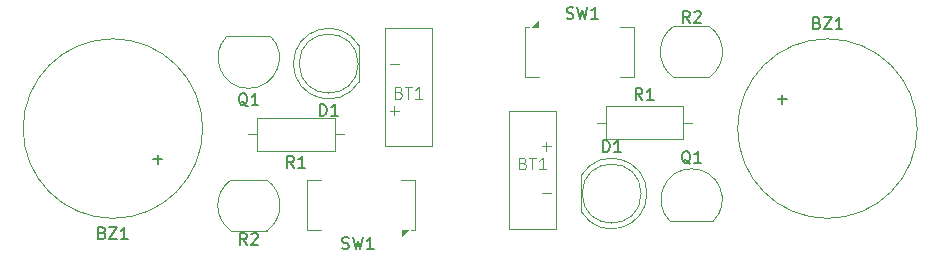
<source format=gbr>
%TF.GenerationSoftware,KiCad,Pcbnew,9.0.3*%
%TF.CreationDate,2025-07-21T22:41:49+05:30*%
%TF.ProjectId,ldr sensor.kicad_pc_boards,6c647220-7365-46e7-936f-722e6b696361,rev?*%
%TF.SameCoordinates,Original*%
%TF.FileFunction,Legend,Top*%
%TF.FilePolarity,Positive*%
%FSLAX46Y46*%
G04 Gerber Fmt 4.6, Leading zero omitted, Abs format (unit mm)*
G04 Created by KiCad (PCBNEW 9.0.3) date 2025-07-21 22:41:49*
%MOMM*%
%LPD*%
G01*
G04 APERTURE LIST*
%ADD10C,0.100000*%
%ADD11C,0.150000*%
%ADD12C,0.120000*%
G04 APERTURE END LIST*
D10*
X135214285Y-86933609D02*
X135357142Y-86981228D01*
X135357142Y-86981228D02*
X135404761Y-87028847D01*
X135404761Y-87028847D02*
X135452380Y-87124085D01*
X135452380Y-87124085D02*
X135452380Y-87266942D01*
X135452380Y-87266942D02*
X135404761Y-87362180D01*
X135404761Y-87362180D02*
X135357142Y-87409800D01*
X135357142Y-87409800D02*
X135261904Y-87457419D01*
X135261904Y-87457419D02*
X134880952Y-87457419D01*
X134880952Y-87457419D02*
X134880952Y-86457419D01*
X134880952Y-86457419D02*
X135214285Y-86457419D01*
X135214285Y-86457419D02*
X135309523Y-86505038D01*
X135309523Y-86505038D02*
X135357142Y-86552657D01*
X135357142Y-86552657D02*
X135404761Y-86647895D01*
X135404761Y-86647895D02*
X135404761Y-86743133D01*
X135404761Y-86743133D02*
X135357142Y-86838371D01*
X135357142Y-86838371D02*
X135309523Y-86885990D01*
X135309523Y-86885990D02*
X135214285Y-86933609D01*
X135214285Y-86933609D02*
X134880952Y-86933609D01*
X135738095Y-86457419D02*
X136309523Y-86457419D01*
X136023809Y-87457419D02*
X136023809Y-86457419D01*
X137166666Y-87457419D02*
X136595238Y-87457419D01*
X136880952Y-87457419D02*
X136880952Y-86457419D01*
X136880952Y-86457419D02*
X136785714Y-86600276D01*
X136785714Y-86600276D02*
X136690476Y-86695514D01*
X136690476Y-86695514D02*
X136595238Y-86743133D01*
X135196115Y-84508533D02*
X134434211Y-84508533D01*
X135196115Y-88508533D02*
X134434211Y-88508533D01*
X134815163Y-88127580D02*
X134815163Y-88889485D01*
D11*
X122404761Y-88110057D02*
X122309523Y-88062438D01*
X122309523Y-88062438D02*
X122214285Y-87967200D01*
X122214285Y-87967200D02*
X122071428Y-87824342D01*
X122071428Y-87824342D02*
X121976190Y-87776723D01*
X121976190Y-87776723D02*
X121880952Y-87776723D01*
X121928571Y-88014819D02*
X121833333Y-87967200D01*
X121833333Y-87967200D02*
X121738095Y-87871961D01*
X121738095Y-87871961D02*
X121690476Y-87681485D01*
X121690476Y-87681485D02*
X121690476Y-87348152D01*
X121690476Y-87348152D02*
X121738095Y-87157676D01*
X121738095Y-87157676D02*
X121833333Y-87062438D01*
X121833333Y-87062438D02*
X121928571Y-87014819D01*
X121928571Y-87014819D02*
X122119047Y-87014819D01*
X122119047Y-87014819D02*
X122214285Y-87062438D01*
X122214285Y-87062438D02*
X122309523Y-87157676D01*
X122309523Y-87157676D02*
X122357142Y-87348152D01*
X122357142Y-87348152D02*
X122357142Y-87681485D01*
X122357142Y-87681485D02*
X122309523Y-87871961D01*
X122309523Y-87871961D02*
X122214285Y-87967200D01*
X122214285Y-87967200D02*
X122119047Y-88014819D01*
X122119047Y-88014819D02*
X121928571Y-88014819D01*
X123309523Y-88014819D02*
X122738095Y-88014819D01*
X123023809Y-88014819D02*
X123023809Y-87014819D01*
X123023809Y-87014819D02*
X122928571Y-87157676D01*
X122928571Y-87157676D02*
X122833333Y-87252914D01*
X122833333Y-87252914D02*
X122738095Y-87300533D01*
X122333333Y-99854819D02*
X122000000Y-99378628D01*
X121761905Y-99854819D02*
X121761905Y-98854819D01*
X121761905Y-98854819D02*
X122142857Y-98854819D01*
X122142857Y-98854819D02*
X122238095Y-98902438D01*
X122238095Y-98902438D02*
X122285714Y-98950057D01*
X122285714Y-98950057D02*
X122333333Y-99045295D01*
X122333333Y-99045295D02*
X122333333Y-99188152D01*
X122333333Y-99188152D02*
X122285714Y-99283390D01*
X122285714Y-99283390D02*
X122238095Y-99331009D01*
X122238095Y-99331009D02*
X122142857Y-99378628D01*
X122142857Y-99378628D02*
X121761905Y-99378628D01*
X122714286Y-98950057D02*
X122761905Y-98902438D01*
X122761905Y-98902438D02*
X122857143Y-98854819D01*
X122857143Y-98854819D02*
X123095238Y-98854819D01*
X123095238Y-98854819D02*
X123190476Y-98902438D01*
X123190476Y-98902438D02*
X123238095Y-98950057D01*
X123238095Y-98950057D02*
X123285714Y-99045295D01*
X123285714Y-99045295D02*
X123285714Y-99140533D01*
X123285714Y-99140533D02*
X123238095Y-99283390D01*
X123238095Y-99283390D02*
X122666667Y-99854819D01*
X122666667Y-99854819D02*
X123285714Y-99854819D01*
X110109047Y-98821009D02*
X110251904Y-98868628D01*
X110251904Y-98868628D02*
X110299523Y-98916247D01*
X110299523Y-98916247D02*
X110347142Y-99011485D01*
X110347142Y-99011485D02*
X110347142Y-99154342D01*
X110347142Y-99154342D02*
X110299523Y-99249580D01*
X110299523Y-99249580D02*
X110251904Y-99297200D01*
X110251904Y-99297200D02*
X110156666Y-99344819D01*
X110156666Y-99344819D02*
X109775714Y-99344819D01*
X109775714Y-99344819D02*
X109775714Y-98344819D01*
X109775714Y-98344819D02*
X110109047Y-98344819D01*
X110109047Y-98344819D02*
X110204285Y-98392438D01*
X110204285Y-98392438D02*
X110251904Y-98440057D01*
X110251904Y-98440057D02*
X110299523Y-98535295D01*
X110299523Y-98535295D02*
X110299523Y-98630533D01*
X110299523Y-98630533D02*
X110251904Y-98725771D01*
X110251904Y-98725771D02*
X110204285Y-98773390D01*
X110204285Y-98773390D02*
X110109047Y-98821009D01*
X110109047Y-98821009D02*
X109775714Y-98821009D01*
X110680476Y-98344819D02*
X111347142Y-98344819D01*
X111347142Y-98344819D02*
X110680476Y-99344819D01*
X110680476Y-99344819D02*
X111347142Y-99344819D01*
X112251904Y-99344819D02*
X111680476Y-99344819D01*
X111966190Y-99344819D02*
X111966190Y-98344819D01*
X111966190Y-98344819D02*
X111870952Y-98487676D01*
X111870952Y-98487676D02*
X111775714Y-98582914D01*
X111775714Y-98582914D02*
X111680476Y-98630533D01*
X114429048Y-92613866D02*
X115190953Y-92613866D01*
X114810000Y-92994819D02*
X114810000Y-92232914D01*
X130416667Y-100149700D02*
X130559524Y-100197319D01*
X130559524Y-100197319D02*
X130797619Y-100197319D01*
X130797619Y-100197319D02*
X130892857Y-100149700D01*
X130892857Y-100149700D02*
X130940476Y-100102080D01*
X130940476Y-100102080D02*
X130988095Y-100006842D01*
X130988095Y-100006842D02*
X130988095Y-99911604D01*
X130988095Y-99911604D02*
X130940476Y-99816366D01*
X130940476Y-99816366D02*
X130892857Y-99768747D01*
X130892857Y-99768747D02*
X130797619Y-99721128D01*
X130797619Y-99721128D02*
X130607143Y-99673509D01*
X130607143Y-99673509D02*
X130511905Y-99625890D01*
X130511905Y-99625890D02*
X130464286Y-99578271D01*
X130464286Y-99578271D02*
X130416667Y-99483033D01*
X130416667Y-99483033D02*
X130416667Y-99387795D01*
X130416667Y-99387795D02*
X130464286Y-99292557D01*
X130464286Y-99292557D02*
X130511905Y-99244938D01*
X130511905Y-99244938D02*
X130607143Y-99197319D01*
X130607143Y-99197319D02*
X130845238Y-99197319D01*
X130845238Y-99197319D02*
X130988095Y-99244938D01*
X131321429Y-99197319D02*
X131559524Y-100197319D01*
X131559524Y-100197319D02*
X131750000Y-99483033D01*
X131750000Y-99483033D02*
X131940476Y-100197319D01*
X131940476Y-100197319D02*
X132178572Y-99197319D01*
X133083333Y-100197319D02*
X132511905Y-100197319D01*
X132797619Y-100197319D02*
X132797619Y-99197319D01*
X132797619Y-99197319D02*
X132702381Y-99340176D01*
X132702381Y-99340176D02*
X132607143Y-99435414D01*
X132607143Y-99435414D02*
X132511905Y-99483033D01*
X128531905Y-88914819D02*
X128531905Y-87914819D01*
X128531905Y-87914819D02*
X128770000Y-87914819D01*
X128770000Y-87914819D02*
X128912857Y-87962438D01*
X128912857Y-87962438D02*
X129008095Y-88057676D01*
X129008095Y-88057676D02*
X129055714Y-88152914D01*
X129055714Y-88152914D02*
X129103333Y-88343390D01*
X129103333Y-88343390D02*
X129103333Y-88486247D01*
X129103333Y-88486247D02*
X129055714Y-88676723D01*
X129055714Y-88676723D02*
X129008095Y-88771961D01*
X129008095Y-88771961D02*
X128912857Y-88867200D01*
X128912857Y-88867200D02*
X128770000Y-88914819D01*
X128770000Y-88914819D02*
X128531905Y-88914819D01*
X130055714Y-88914819D02*
X129484286Y-88914819D01*
X129770000Y-88914819D02*
X129770000Y-87914819D01*
X129770000Y-87914819D02*
X129674762Y-88057676D01*
X129674762Y-88057676D02*
X129579524Y-88152914D01*
X129579524Y-88152914D02*
X129484286Y-88200533D01*
X126333333Y-93324819D02*
X126000000Y-92848628D01*
X125761905Y-93324819D02*
X125761905Y-92324819D01*
X125761905Y-92324819D02*
X126142857Y-92324819D01*
X126142857Y-92324819D02*
X126238095Y-92372438D01*
X126238095Y-92372438D02*
X126285714Y-92420057D01*
X126285714Y-92420057D02*
X126333333Y-92515295D01*
X126333333Y-92515295D02*
X126333333Y-92658152D01*
X126333333Y-92658152D02*
X126285714Y-92753390D01*
X126285714Y-92753390D02*
X126238095Y-92801009D01*
X126238095Y-92801009D02*
X126142857Y-92848628D01*
X126142857Y-92848628D02*
X125761905Y-92848628D01*
X127285714Y-93324819D02*
X126714286Y-93324819D01*
X127000000Y-93324819D02*
X127000000Y-92324819D01*
X127000000Y-92324819D02*
X126904762Y-92467676D01*
X126904762Y-92467676D02*
X126809524Y-92562914D01*
X126809524Y-92562914D02*
X126714286Y-92610533D01*
X149416667Y-80664700D02*
X149559524Y-80712319D01*
X149559524Y-80712319D02*
X149797619Y-80712319D01*
X149797619Y-80712319D02*
X149892857Y-80664700D01*
X149892857Y-80664700D02*
X149940476Y-80617080D01*
X149940476Y-80617080D02*
X149988095Y-80521842D01*
X149988095Y-80521842D02*
X149988095Y-80426604D01*
X149988095Y-80426604D02*
X149940476Y-80331366D01*
X149940476Y-80331366D02*
X149892857Y-80283747D01*
X149892857Y-80283747D02*
X149797619Y-80236128D01*
X149797619Y-80236128D02*
X149607143Y-80188509D01*
X149607143Y-80188509D02*
X149511905Y-80140890D01*
X149511905Y-80140890D02*
X149464286Y-80093271D01*
X149464286Y-80093271D02*
X149416667Y-79998033D01*
X149416667Y-79998033D02*
X149416667Y-79902795D01*
X149416667Y-79902795D02*
X149464286Y-79807557D01*
X149464286Y-79807557D02*
X149511905Y-79759938D01*
X149511905Y-79759938D02*
X149607143Y-79712319D01*
X149607143Y-79712319D02*
X149845238Y-79712319D01*
X149845238Y-79712319D02*
X149988095Y-79759938D01*
X150321429Y-79712319D02*
X150559524Y-80712319D01*
X150559524Y-80712319D02*
X150750000Y-79998033D01*
X150750000Y-79998033D02*
X150940476Y-80712319D01*
X150940476Y-80712319D02*
X151178572Y-79712319D01*
X152083333Y-80712319D02*
X151511905Y-80712319D01*
X151797619Y-80712319D02*
X151797619Y-79712319D01*
X151797619Y-79712319D02*
X151702381Y-79855176D01*
X151702381Y-79855176D02*
X151607143Y-79950414D01*
X151607143Y-79950414D02*
X151511905Y-79998033D01*
X170629047Y-81041009D02*
X170771904Y-81088628D01*
X170771904Y-81088628D02*
X170819523Y-81136247D01*
X170819523Y-81136247D02*
X170867142Y-81231485D01*
X170867142Y-81231485D02*
X170867142Y-81374342D01*
X170867142Y-81374342D02*
X170819523Y-81469580D01*
X170819523Y-81469580D02*
X170771904Y-81517200D01*
X170771904Y-81517200D02*
X170676666Y-81564819D01*
X170676666Y-81564819D02*
X170295714Y-81564819D01*
X170295714Y-81564819D02*
X170295714Y-80564819D01*
X170295714Y-80564819D02*
X170629047Y-80564819D01*
X170629047Y-80564819D02*
X170724285Y-80612438D01*
X170724285Y-80612438D02*
X170771904Y-80660057D01*
X170771904Y-80660057D02*
X170819523Y-80755295D01*
X170819523Y-80755295D02*
X170819523Y-80850533D01*
X170819523Y-80850533D02*
X170771904Y-80945771D01*
X170771904Y-80945771D02*
X170724285Y-80993390D01*
X170724285Y-80993390D02*
X170629047Y-81041009D01*
X170629047Y-81041009D02*
X170295714Y-81041009D01*
X171200476Y-80564819D02*
X171867142Y-80564819D01*
X171867142Y-80564819D02*
X171200476Y-81564819D01*
X171200476Y-81564819D02*
X171867142Y-81564819D01*
X172771904Y-81564819D02*
X172200476Y-81564819D01*
X172486190Y-81564819D02*
X172486190Y-80564819D01*
X172486190Y-80564819D02*
X172390952Y-80707676D01*
X172390952Y-80707676D02*
X172295714Y-80802914D01*
X172295714Y-80802914D02*
X172200476Y-80850533D01*
X167309048Y-87533866D02*
X168070953Y-87533866D01*
X167690000Y-87914819D02*
X167690000Y-87152914D01*
D10*
X145714285Y-92933609D02*
X145857142Y-92981228D01*
X145857142Y-92981228D02*
X145904761Y-93028847D01*
X145904761Y-93028847D02*
X145952380Y-93124085D01*
X145952380Y-93124085D02*
X145952380Y-93266942D01*
X145952380Y-93266942D02*
X145904761Y-93362180D01*
X145904761Y-93362180D02*
X145857142Y-93409800D01*
X145857142Y-93409800D02*
X145761904Y-93457419D01*
X145761904Y-93457419D02*
X145380952Y-93457419D01*
X145380952Y-93457419D02*
X145380952Y-92457419D01*
X145380952Y-92457419D02*
X145714285Y-92457419D01*
X145714285Y-92457419D02*
X145809523Y-92505038D01*
X145809523Y-92505038D02*
X145857142Y-92552657D01*
X145857142Y-92552657D02*
X145904761Y-92647895D01*
X145904761Y-92647895D02*
X145904761Y-92743133D01*
X145904761Y-92743133D02*
X145857142Y-92838371D01*
X145857142Y-92838371D02*
X145809523Y-92885990D01*
X145809523Y-92885990D02*
X145714285Y-92933609D01*
X145714285Y-92933609D02*
X145380952Y-92933609D01*
X146238095Y-92457419D02*
X146809523Y-92457419D01*
X146523809Y-93457419D02*
X146523809Y-92457419D01*
X147666666Y-93457419D02*
X147095238Y-93457419D01*
X147380952Y-93457419D02*
X147380952Y-92457419D01*
X147380952Y-92457419D02*
X147285714Y-92600276D01*
X147285714Y-92600276D02*
X147190476Y-92695514D01*
X147190476Y-92695514D02*
X147095238Y-92743133D01*
X147303884Y-95491466D02*
X148065789Y-95491466D01*
X147303884Y-91491466D02*
X148065789Y-91491466D01*
X147684836Y-91872419D02*
X147684836Y-91110514D01*
D11*
X159833333Y-81054819D02*
X159500000Y-80578628D01*
X159261905Y-81054819D02*
X159261905Y-80054819D01*
X159261905Y-80054819D02*
X159642857Y-80054819D01*
X159642857Y-80054819D02*
X159738095Y-80102438D01*
X159738095Y-80102438D02*
X159785714Y-80150057D01*
X159785714Y-80150057D02*
X159833333Y-80245295D01*
X159833333Y-80245295D02*
X159833333Y-80388152D01*
X159833333Y-80388152D02*
X159785714Y-80483390D01*
X159785714Y-80483390D02*
X159738095Y-80531009D01*
X159738095Y-80531009D02*
X159642857Y-80578628D01*
X159642857Y-80578628D02*
X159261905Y-80578628D01*
X160214286Y-80150057D02*
X160261905Y-80102438D01*
X160261905Y-80102438D02*
X160357143Y-80054819D01*
X160357143Y-80054819D02*
X160595238Y-80054819D01*
X160595238Y-80054819D02*
X160690476Y-80102438D01*
X160690476Y-80102438D02*
X160738095Y-80150057D01*
X160738095Y-80150057D02*
X160785714Y-80245295D01*
X160785714Y-80245295D02*
X160785714Y-80340533D01*
X160785714Y-80340533D02*
X160738095Y-80483390D01*
X160738095Y-80483390D02*
X160166667Y-81054819D01*
X160166667Y-81054819D02*
X160785714Y-81054819D01*
X155833333Y-87584819D02*
X155500000Y-87108628D01*
X155261905Y-87584819D02*
X155261905Y-86584819D01*
X155261905Y-86584819D02*
X155642857Y-86584819D01*
X155642857Y-86584819D02*
X155738095Y-86632438D01*
X155738095Y-86632438D02*
X155785714Y-86680057D01*
X155785714Y-86680057D02*
X155833333Y-86775295D01*
X155833333Y-86775295D02*
X155833333Y-86918152D01*
X155833333Y-86918152D02*
X155785714Y-87013390D01*
X155785714Y-87013390D02*
X155738095Y-87061009D01*
X155738095Y-87061009D02*
X155642857Y-87108628D01*
X155642857Y-87108628D02*
X155261905Y-87108628D01*
X156785714Y-87584819D02*
X156214286Y-87584819D01*
X156500000Y-87584819D02*
X156500000Y-86584819D01*
X156500000Y-86584819D02*
X156404762Y-86727676D01*
X156404762Y-86727676D02*
X156309524Y-86822914D01*
X156309524Y-86822914D02*
X156214286Y-86870533D01*
X152491905Y-91994819D02*
X152491905Y-90994819D01*
X152491905Y-90994819D02*
X152730000Y-90994819D01*
X152730000Y-90994819D02*
X152872857Y-91042438D01*
X152872857Y-91042438D02*
X152968095Y-91137676D01*
X152968095Y-91137676D02*
X153015714Y-91232914D01*
X153015714Y-91232914D02*
X153063333Y-91423390D01*
X153063333Y-91423390D02*
X153063333Y-91566247D01*
X153063333Y-91566247D02*
X153015714Y-91756723D01*
X153015714Y-91756723D02*
X152968095Y-91851961D01*
X152968095Y-91851961D02*
X152872857Y-91947200D01*
X152872857Y-91947200D02*
X152730000Y-91994819D01*
X152730000Y-91994819D02*
X152491905Y-91994819D01*
X154015714Y-91994819D02*
X153444286Y-91994819D01*
X153730000Y-91994819D02*
X153730000Y-90994819D01*
X153730000Y-90994819D02*
X153634762Y-91137676D01*
X153634762Y-91137676D02*
X153539524Y-91232914D01*
X153539524Y-91232914D02*
X153444286Y-91280533D01*
X159904761Y-92990057D02*
X159809523Y-92942438D01*
X159809523Y-92942438D02*
X159714285Y-92847200D01*
X159714285Y-92847200D02*
X159571428Y-92704342D01*
X159571428Y-92704342D02*
X159476190Y-92656723D01*
X159476190Y-92656723D02*
X159380952Y-92656723D01*
X159428571Y-92894819D02*
X159333333Y-92847200D01*
X159333333Y-92847200D02*
X159238095Y-92751961D01*
X159238095Y-92751961D02*
X159190476Y-92561485D01*
X159190476Y-92561485D02*
X159190476Y-92228152D01*
X159190476Y-92228152D02*
X159238095Y-92037676D01*
X159238095Y-92037676D02*
X159333333Y-91942438D01*
X159333333Y-91942438D02*
X159428571Y-91894819D01*
X159428571Y-91894819D02*
X159619047Y-91894819D01*
X159619047Y-91894819D02*
X159714285Y-91942438D01*
X159714285Y-91942438D02*
X159809523Y-92037676D01*
X159809523Y-92037676D02*
X159857142Y-92228152D01*
X159857142Y-92228152D02*
X159857142Y-92561485D01*
X159857142Y-92561485D02*
X159809523Y-92751961D01*
X159809523Y-92751961D02*
X159714285Y-92847200D01*
X159714285Y-92847200D02*
X159619047Y-92894819D01*
X159619047Y-92894819D02*
X159428571Y-92894819D01*
X160809523Y-92894819D02*
X160238095Y-92894819D01*
X160523809Y-92894819D02*
X160523809Y-91894819D01*
X160523809Y-91894819D02*
X160428571Y-92037676D01*
X160428571Y-92037676D02*
X160333333Y-92132914D01*
X160333333Y-92132914D02*
X160238095Y-92180533D01*
%TO.C,BT1*%
D10*
X138000000Y-91500000D02*
X134000000Y-91500000D01*
X134000000Y-81500000D01*
X138000000Y-81500000D01*
X138000000Y-91500000D01*
D12*
%TO.C,Q1*%
X124300000Y-82150000D02*
X120700000Y-82150000D01*
X124338478Y-82161522D02*
G75*
G02*
X122500000Y-86600001I-1838478J-1838478D01*
G01*
X122500000Y-86600000D02*
G75*
G02*
X120661522Y-82161522I0J2600000D01*
G01*
%TO.C,R2*%
X124050000Y-98650000D02*
X121000000Y-98650000D01*
X124050000Y-94350000D02*
X121000000Y-94350000D01*
X124050000Y-94350000D02*
G75*
G02*
X124028234Y-98665525I-1550000J-2150000D01*
G01*
X121000000Y-98650000D02*
G75*
G02*
X120955487Y-94381751I1500000J2150000D01*
G01*
%TO.C,BZ1*%
X118600000Y-90000000D02*
G75*
G02*
X103400000Y-90000000I-7600000J0D01*
G01*
X103400000Y-90000000D02*
G75*
G02*
X118600000Y-90000000I7600000J0D01*
G01*
%TO.C,SW1*%
X136600000Y-98592500D02*
X136600000Y-94392500D01*
X136600000Y-94392500D02*
X135400000Y-94392500D01*
X136250000Y-98592500D02*
X136600000Y-98592500D01*
X128600000Y-98592500D02*
X127400000Y-98592500D01*
X127400000Y-98592500D02*
X127400000Y-94392500D01*
X127400000Y-94392500D02*
X128600000Y-94392500D01*
X135500000Y-99072500D02*
X135500000Y-98592500D01*
X135980000Y-98592500D01*
X135500000Y-99072500D01*
G36*
X135500000Y-99072500D02*
G01*
X135500000Y-98592500D01*
X135980000Y-98592500D01*
X135500000Y-99072500D01*
G37*
%TO.C,D1*%
X131830000Y-86045000D02*
X131830000Y-82955000D01*
X131830000Y-86044830D02*
G75*
G02*
X126280000Y-84500000I-2560000J1544830D01*
G01*
X126280000Y-84500000D02*
G75*
G02*
X131830000Y-82955170I2990000J0D01*
G01*
X131770000Y-84500000D02*
G75*
G02*
X126770000Y-84500000I-2500000J0D01*
G01*
X126770000Y-84500000D02*
G75*
G02*
X131770000Y-84500000I2500000J0D01*
G01*
%TO.C,R1*%
X130540000Y-90500000D02*
X129770000Y-90500000D01*
X122460000Y-90500000D02*
X123230000Y-90500000D01*
X129770000Y-91870000D02*
X123230000Y-91870000D01*
X123230000Y-89130000D01*
X129770000Y-89130000D01*
X129770000Y-91870000D01*
%TO.C,SW1*%
X145900000Y-81407500D02*
X145900000Y-85607500D01*
X145900000Y-85607500D02*
X147100000Y-85607500D01*
X146250000Y-81407500D02*
X145900000Y-81407500D01*
X153900000Y-81407500D02*
X155100000Y-81407500D01*
X155100000Y-81407500D02*
X155100000Y-85607500D01*
X155100000Y-85607500D02*
X153900000Y-85607500D01*
X147000000Y-81407500D02*
X146520000Y-81407500D01*
X147000000Y-80927500D01*
X147000000Y-81407500D01*
G36*
X147000000Y-81407500D02*
G01*
X146520000Y-81407500D01*
X147000000Y-80927500D01*
X147000000Y-81407500D01*
G37*
%TO.C,BZ1*%
X179100000Y-90000000D02*
G75*
G02*
X163900000Y-90000000I-7600000J0D01*
G01*
X163900000Y-90000000D02*
G75*
G02*
X179100000Y-90000000I7600000J0D01*
G01*
%TO.C,BT1*%
D10*
X144500000Y-88500000D02*
X148500000Y-88500000D01*
X148500000Y-98500000D01*
X144500000Y-98500000D01*
X144500000Y-88500000D01*
D12*
%TO.C,R2*%
X158450000Y-81350000D02*
X161500000Y-81350000D01*
X158450000Y-85650000D02*
X161500000Y-85650000D01*
X158450000Y-85650000D02*
G75*
G02*
X158471766Y-81334475I1550000J2150000D01*
G01*
X161500000Y-81350000D02*
G75*
G02*
X161544513Y-85618249I-1500000J-2150000D01*
G01*
%TO.C,R1*%
X151960000Y-89500000D02*
X152730000Y-89500000D01*
X160040000Y-89500000D02*
X159270000Y-89500000D01*
X152730000Y-88130000D02*
X159270000Y-88130000D01*
X159270000Y-90870000D01*
X152730000Y-90870000D01*
X152730000Y-88130000D01*
%TO.C,D1*%
X150670000Y-93955000D02*
X150670000Y-97045000D01*
X150670000Y-93955170D02*
G75*
G02*
X156220000Y-95500000I2560000J-1544830D01*
G01*
X156220000Y-95500000D02*
G75*
G02*
X150670000Y-97044830I-2990000J0D01*
G01*
X155730000Y-95500000D02*
G75*
G02*
X150730000Y-95500000I-2500000J0D01*
G01*
X150730000Y-95500000D02*
G75*
G02*
X155730000Y-95500000I2500000J0D01*
G01*
%TO.C,Q1*%
X158200000Y-97850000D02*
X161800000Y-97850000D01*
X158161522Y-97838478D02*
G75*
G02*
X160000000Y-93399999I1838478J1838478D01*
G01*
X160000000Y-93400000D02*
G75*
G02*
X161838478Y-97838478I0J-2600000D01*
G01*
%TD*%
M02*

</source>
